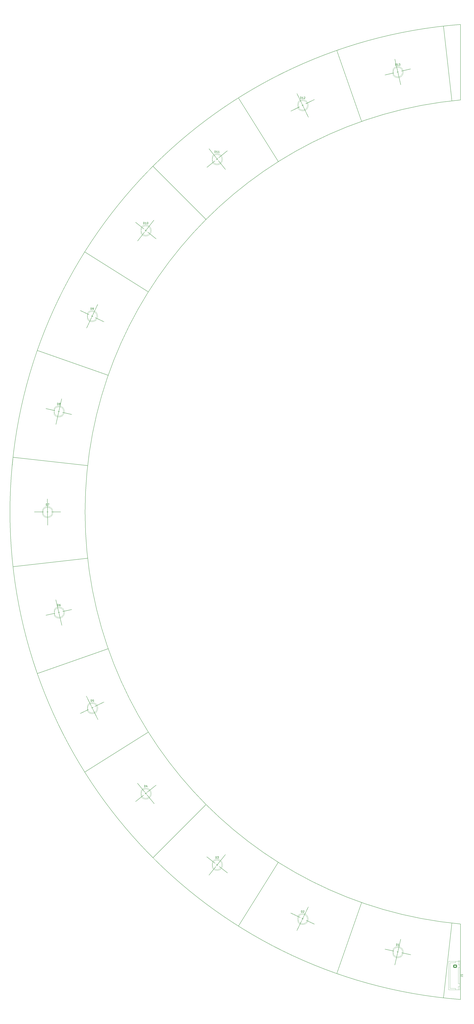
<source format=gto>
G04 #@! TF.GenerationSoftware,KiCad,Pcbnew,7.0.1-3b83917a11~172~ubuntu20.04.1*
G04 #@! TF.CreationDate,2023-04-19T14:39:26+02:00*
G04 #@! TF.ProjectId,nowcast,6e6f7763-6173-4742-9e6b-696361645f70,rev?*
G04 #@! TF.SameCoordinates,Original*
G04 #@! TF.FileFunction,Legend,Top*
G04 #@! TF.FilePolarity,Positive*
%FSLAX46Y46*%
G04 Gerber Fmt 4.6, Leading zero omitted, Abs format (unit mm)*
G04 Created by KiCad (PCBNEW 7.0.1-3b83917a11~172~ubuntu20.04.1) date 2023-04-19 14:39:26*
%MOMM*%
%LPD*%
G01*
G04 APERTURE LIST*
G04 Aperture macros list*
%AMRoundRect*
0 Rectangle with rounded corners*
0 $1 Rounding radius*
0 $2 $3 $4 $5 $6 $7 $8 $9 X,Y pos of 4 corners*
0 Add a 4 corners polygon primitive as box body*
4,1,4,$2,$3,$4,$5,$6,$7,$8,$9,$2,$3,0*
0 Add four circle primitives for the rounded corners*
1,1,$1+$1,$2,$3*
1,1,$1+$1,$4,$5*
1,1,$1+$1,$6,$7*
1,1,$1+$1,$8,$9*
0 Add four rect primitives between the rounded corners*
20,1,$1+$1,$2,$3,$4,$5,0*
20,1,$1+$1,$4,$5,$6,$7,0*
20,1,$1+$1,$6,$7,$8,$9,0*
20,1,$1+$1,$8,$9,$2,$3,0*%
G04 Aperture macros list end*
%ADD10C,0.130000*%
%ADD11C,0.200000*%
%ADD12C,0.150000*%
%ADD13C,0.120000*%
%ADD14R,1.800000X1.800000*%
%ADD15C,1.800000*%
%ADD16RoundRect,0.250000X-0.725000X0.600000X-0.725000X-0.600000X0.725000X-0.600000X0.725000X0.600000X0*%
%ADD17O,1.950000X1.700000*%
G04 APERTURE END LIST*
D10*
X899062847Y-784400733D02*
X899062847Y-824542380D01*
D11*
X698914524Y-426984463D02*
X732784314Y-448266252D01*
X711409407Y-492651704D02*
X673653169Y-479440231D01*
D10*
X699728793Y-663169410D02*
X705931794Y-675720218D01*
X872465950Y-329702740D02*
X858849521Y-332957409D01*
D11*
X889951972Y-306947590D02*
X894430684Y-346697106D01*
X732784314Y-682359252D02*
X698914524Y-703641041D01*
D10*
X773789667Y-383146066D02*
X765060807Y-372200428D01*
X899062847Y-306083124D02*
G75*
G03*
X899062847Y-824542380I20000000J-259229628D01*
G01*
X867215379Y-792470933D02*
X864100081Y-806119923D01*
D11*
X700447106Y-589944820D02*
X660697671Y-594423505D01*
X763500000Y-409750000D02*
X735215028Y-381465045D01*
D10*
X727003097Y-709522345D02*
X735843392Y-720378182D01*
X683452809Y-611909540D02*
X686707471Y-625525971D01*
X686567943Y-505067687D02*
X683592347Y-518747812D01*
D11*
X780734427Y-345164511D02*
X802016252Y-379034314D01*
X846401704Y-772966097D02*
X833190191Y-810722383D01*
D10*
X736896066Y-710585837D02*
X725950422Y-719314690D01*
X691904635Y-617160110D02*
X678255644Y-620275401D01*
X821206078Y-345978759D02*
X808655274Y-352181766D01*
X763908075Y-748644018D02*
X774942376Y-757260526D01*
X774853153Y-373253096D02*
X763997322Y-382093398D01*
X678991286Y-558313117D02*
X679134407Y-572312386D01*
X867215385Y-338154569D02*
X864100086Y-324505580D01*
X817967864Y-355387044D02*
X811893488Y-342773481D01*
X858817668Y-797807627D02*
X872497792Y-800783229D01*
X773789656Y-747479453D02*
X765060795Y-758425090D01*
D11*
X700447106Y-540680684D02*
X660697671Y-536201999D01*
D10*
X691904641Y-513465395D02*
X678255650Y-510350103D01*
X899062847Y-306083124D02*
X899062847Y-346224771D01*
X735731507Y-410158097D02*
X727115006Y-421192403D01*
X899062847Y-346224768D02*
G75*
G03*
X899062847Y-784400733I19999903J-219087982D01*
G01*
X709137086Y-464217879D02*
X696523521Y-458143509D01*
D11*
X846401704Y-357659407D02*
X833190191Y-319903121D01*
X802016252Y-751591190D02*
X780734427Y-785460993D01*
D10*
X736896078Y-420039677D02*
X725950435Y-411310822D01*
D11*
X894430684Y-783928398D02*
X889951972Y-823677914D01*
X711409407Y-637973800D02*
X673653169Y-651185273D01*
D10*
X817967851Y-775238478D02*
X811893473Y-787852039D01*
X705802856Y-454843192D02*
X699857751Y-467518196D01*
X808593162Y-778572703D02*
X821268162Y-784517814D01*
X709137076Y-666407629D02*
X696523511Y-672481999D01*
D11*
X763500000Y-720875504D02*
X735215028Y-749160459D01*
X660697671Y-536201999D02*
X660232282Y-540680684D01*
D10*
X686062846Y-565312752D02*
X672062846Y-565312751D01*
D12*
X702091905Y-457702619D02*
X702091905Y-456702619D01*
X702091905Y-456702619D02*
X702330000Y-456702619D01*
X702330000Y-456702619D02*
X702472857Y-456750238D01*
X702472857Y-456750238D02*
X702568095Y-456845476D01*
X702568095Y-456845476D02*
X702615714Y-456940714D01*
X702615714Y-456940714D02*
X702663333Y-457131190D01*
X702663333Y-457131190D02*
X702663333Y-457274047D01*
X702663333Y-457274047D02*
X702615714Y-457464523D01*
X702615714Y-457464523D02*
X702568095Y-457559761D01*
X702568095Y-457559761D02*
X702472857Y-457655000D01*
X702472857Y-457655000D02*
X702330000Y-457702619D01*
X702330000Y-457702619D02*
X702091905Y-457702619D01*
X703139524Y-457702619D02*
X703330000Y-457702619D01*
X703330000Y-457702619D02*
X703425238Y-457655000D01*
X703425238Y-457655000D02*
X703472857Y-457607380D01*
X703472857Y-457607380D02*
X703568095Y-457464523D01*
X703568095Y-457464523D02*
X703615714Y-457274047D01*
X703615714Y-457274047D02*
X703615714Y-456893095D01*
X703615714Y-456893095D02*
X703568095Y-456797857D01*
X703568095Y-456797857D02*
X703520476Y-456750238D01*
X703520476Y-456750238D02*
X703425238Y-456702619D01*
X703425238Y-456702619D02*
X703234762Y-456702619D01*
X703234762Y-456702619D02*
X703139524Y-456750238D01*
X703139524Y-456750238D02*
X703091905Y-456797857D01*
X703091905Y-456797857D02*
X703044286Y-456893095D01*
X703044286Y-456893095D02*
X703044286Y-457131190D01*
X703044286Y-457131190D02*
X703091905Y-457226428D01*
X703091905Y-457226428D02*
X703139524Y-457274047D01*
X703139524Y-457274047D02*
X703234762Y-457321666D01*
X703234762Y-457321666D02*
X703425238Y-457321666D01*
X703425238Y-457321666D02*
X703520476Y-457274047D01*
X703520476Y-457274047D02*
X703568095Y-457226428D01*
X703568095Y-457226428D02*
X703615714Y-457131190D01*
X684356905Y-508377619D02*
X684356905Y-507377619D01*
X684356905Y-507377619D02*
X684595000Y-507377619D01*
X684595000Y-507377619D02*
X684737857Y-507425238D01*
X684737857Y-507425238D02*
X684833095Y-507520476D01*
X684833095Y-507520476D02*
X684880714Y-507615714D01*
X684880714Y-507615714D02*
X684928333Y-507806190D01*
X684928333Y-507806190D02*
X684928333Y-507949047D01*
X684928333Y-507949047D02*
X684880714Y-508139523D01*
X684880714Y-508139523D02*
X684833095Y-508234761D01*
X684833095Y-508234761D02*
X684737857Y-508330000D01*
X684737857Y-508330000D02*
X684595000Y-508377619D01*
X684595000Y-508377619D02*
X684356905Y-508377619D01*
X685499762Y-507806190D02*
X685404524Y-507758571D01*
X685404524Y-507758571D02*
X685356905Y-507710952D01*
X685356905Y-507710952D02*
X685309286Y-507615714D01*
X685309286Y-507615714D02*
X685309286Y-507568095D01*
X685309286Y-507568095D02*
X685356905Y-507472857D01*
X685356905Y-507472857D02*
X685404524Y-507425238D01*
X685404524Y-507425238D02*
X685499762Y-507377619D01*
X685499762Y-507377619D02*
X685690238Y-507377619D01*
X685690238Y-507377619D02*
X685785476Y-507425238D01*
X685785476Y-507425238D02*
X685833095Y-507472857D01*
X685833095Y-507472857D02*
X685880714Y-507568095D01*
X685880714Y-507568095D02*
X685880714Y-507615714D01*
X685880714Y-507615714D02*
X685833095Y-507710952D01*
X685833095Y-507710952D02*
X685785476Y-507758571D01*
X685785476Y-507758571D02*
X685690238Y-507806190D01*
X685690238Y-507806190D02*
X685499762Y-507806190D01*
X685499762Y-507806190D02*
X685404524Y-507853809D01*
X685404524Y-507853809D02*
X685356905Y-507901428D01*
X685356905Y-507901428D02*
X685309286Y-507996666D01*
X685309286Y-507996666D02*
X685309286Y-508187142D01*
X685309286Y-508187142D02*
X685356905Y-508282380D01*
X685356905Y-508282380D02*
X685404524Y-508330000D01*
X685404524Y-508330000D02*
X685499762Y-508377619D01*
X685499762Y-508377619D02*
X685690238Y-508377619D01*
X685690238Y-508377619D02*
X685785476Y-508330000D01*
X685785476Y-508330000D02*
X685833095Y-508282380D01*
X685833095Y-508282380D02*
X685880714Y-508187142D01*
X685880714Y-508187142D02*
X685880714Y-507996666D01*
X685880714Y-507996666D02*
X685833095Y-507901428D01*
X685833095Y-507901428D02*
X685785476Y-507853809D01*
X685785476Y-507853809D02*
X685690238Y-507806190D01*
X864415714Y-327927619D02*
X864415714Y-326927619D01*
X864415714Y-326927619D02*
X864653809Y-326927619D01*
X864653809Y-326927619D02*
X864796666Y-326975238D01*
X864796666Y-326975238D02*
X864891904Y-327070476D01*
X864891904Y-327070476D02*
X864939523Y-327165714D01*
X864939523Y-327165714D02*
X864987142Y-327356190D01*
X864987142Y-327356190D02*
X864987142Y-327499047D01*
X864987142Y-327499047D02*
X864939523Y-327689523D01*
X864939523Y-327689523D02*
X864891904Y-327784761D01*
X864891904Y-327784761D02*
X864796666Y-327880000D01*
X864796666Y-327880000D02*
X864653809Y-327927619D01*
X864653809Y-327927619D02*
X864415714Y-327927619D01*
X865939523Y-327927619D02*
X865368095Y-327927619D01*
X865653809Y-327927619D02*
X865653809Y-326927619D01*
X865653809Y-326927619D02*
X865558571Y-327070476D01*
X865558571Y-327070476D02*
X865463333Y-327165714D01*
X865463333Y-327165714D02*
X865368095Y-327213333D01*
X866272857Y-326927619D02*
X866891904Y-326927619D01*
X866891904Y-326927619D02*
X866558571Y-327308571D01*
X866558571Y-327308571D02*
X866701428Y-327308571D01*
X866701428Y-327308571D02*
X866796666Y-327356190D01*
X866796666Y-327356190D02*
X866844285Y-327403809D01*
X866844285Y-327403809D02*
X866891904Y-327499047D01*
X866891904Y-327499047D02*
X866891904Y-327737142D01*
X866891904Y-327737142D02*
X866844285Y-327832380D01*
X866844285Y-327832380D02*
X866796666Y-327880000D01*
X866796666Y-327880000D02*
X866701428Y-327927619D01*
X866701428Y-327927619D02*
X866415714Y-327927619D01*
X866415714Y-327927619D02*
X866320476Y-327880000D01*
X866320476Y-327880000D02*
X866272857Y-327832380D01*
X730681905Y-711577619D02*
X730681905Y-710577619D01*
X730681905Y-710577619D02*
X730920000Y-710577619D01*
X730920000Y-710577619D02*
X731062857Y-710625238D01*
X731062857Y-710625238D02*
X731158095Y-710720476D01*
X731158095Y-710720476D02*
X731205714Y-710815714D01*
X731205714Y-710815714D02*
X731253333Y-711006190D01*
X731253333Y-711006190D02*
X731253333Y-711149047D01*
X731253333Y-711149047D02*
X731205714Y-711339523D01*
X731205714Y-711339523D02*
X731158095Y-711434761D01*
X731158095Y-711434761D02*
X731062857Y-711530000D01*
X731062857Y-711530000D02*
X730920000Y-711577619D01*
X730920000Y-711577619D02*
X730681905Y-711577619D01*
X732110476Y-710910952D02*
X732110476Y-711577619D01*
X731872381Y-710530000D02*
X731634286Y-711244285D01*
X731634286Y-711244285D02*
X732253333Y-711244285D01*
X678306905Y-561877619D02*
X678306905Y-560877619D01*
X678306905Y-560877619D02*
X678545000Y-560877619D01*
X678545000Y-560877619D02*
X678687857Y-560925238D01*
X678687857Y-560925238D02*
X678783095Y-561020476D01*
X678783095Y-561020476D02*
X678830714Y-561115714D01*
X678830714Y-561115714D02*
X678878333Y-561306190D01*
X678878333Y-561306190D02*
X678878333Y-561449047D01*
X678878333Y-561449047D02*
X678830714Y-561639523D01*
X678830714Y-561639523D02*
X678783095Y-561734761D01*
X678783095Y-561734761D02*
X678687857Y-561830000D01*
X678687857Y-561830000D02*
X678545000Y-561877619D01*
X678545000Y-561877619D02*
X678306905Y-561877619D01*
X679211667Y-560877619D02*
X679878333Y-560877619D01*
X679878333Y-560877619D02*
X679449762Y-561877619D01*
X864891905Y-795877619D02*
X864891905Y-794877619D01*
X864891905Y-794877619D02*
X865130000Y-794877619D01*
X865130000Y-794877619D02*
X865272857Y-794925238D01*
X865272857Y-794925238D02*
X865368095Y-795020476D01*
X865368095Y-795020476D02*
X865415714Y-795115714D01*
X865415714Y-795115714D02*
X865463333Y-795306190D01*
X865463333Y-795306190D02*
X865463333Y-795449047D01*
X865463333Y-795449047D02*
X865415714Y-795639523D01*
X865415714Y-795639523D02*
X865368095Y-795734761D01*
X865368095Y-795734761D02*
X865272857Y-795830000D01*
X865272857Y-795830000D02*
X865130000Y-795877619D01*
X865130000Y-795877619D02*
X864891905Y-795877619D01*
X866415714Y-795877619D02*
X865844286Y-795877619D01*
X866130000Y-795877619D02*
X866130000Y-794877619D01*
X866130000Y-794877619D02*
X866034762Y-795020476D01*
X866034762Y-795020476D02*
X865939524Y-795115714D01*
X865939524Y-795115714D02*
X865844286Y-795163333D01*
X768130714Y-374277619D02*
X768130714Y-373277619D01*
X768130714Y-373277619D02*
X768368809Y-373277619D01*
X768368809Y-373277619D02*
X768511666Y-373325238D01*
X768511666Y-373325238D02*
X768606904Y-373420476D01*
X768606904Y-373420476D02*
X768654523Y-373515714D01*
X768654523Y-373515714D02*
X768702142Y-373706190D01*
X768702142Y-373706190D02*
X768702142Y-373849047D01*
X768702142Y-373849047D02*
X768654523Y-374039523D01*
X768654523Y-374039523D02*
X768606904Y-374134761D01*
X768606904Y-374134761D02*
X768511666Y-374230000D01*
X768511666Y-374230000D02*
X768368809Y-374277619D01*
X768368809Y-374277619D02*
X768130714Y-374277619D01*
X769654523Y-374277619D02*
X769083095Y-374277619D01*
X769368809Y-374277619D02*
X769368809Y-373277619D01*
X769368809Y-373277619D02*
X769273571Y-373420476D01*
X769273571Y-373420476D02*
X769178333Y-373515714D01*
X769178333Y-373515714D02*
X769083095Y-373563333D01*
X770606904Y-374277619D02*
X770035476Y-374277619D01*
X770321190Y-374277619D02*
X770321190Y-373277619D01*
X770321190Y-373277619D02*
X770225952Y-373420476D01*
X770225952Y-373420476D02*
X770130714Y-373515714D01*
X770130714Y-373515714D02*
X770035476Y-373563333D01*
X702166905Y-666127619D02*
X702166905Y-665127619D01*
X702166905Y-665127619D02*
X702405000Y-665127619D01*
X702405000Y-665127619D02*
X702547857Y-665175238D01*
X702547857Y-665175238D02*
X702643095Y-665270476D01*
X702643095Y-665270476D02*
X702690714Y-665365714D01*
X702690714Y-665365714D02*
X702738333Y-665556190D01*
X702738333Y-665556190D02*
X702738333Y-665699047D01*
X702738333Y-665699047D02*
X702690714Y-665889523D01*
X702690714Y-665889523D02*
X702643095Y-665984761D01*
X702643095Y-665984761D02*
X702547857Y-666080000D01*
X702547857Y-666080000D02*
X702405000Y-666127619D01*
X702405000Y-666127619D02*
X702166905Y-666127619D01*
X703643095Y-665127619D02*
X703166905Y-665127619D01*
X703166905Y-665127619D02*
X703119286Y-665603809D01*
X703119286Y-665603809D02*
X703166905Y-665556190D01*
X703166905Y-665556190D02*
X703262143Y-665508571D01*
X703262143Y-665508571D02*
X703500238Y-665508571D01*
X703500238Y-665508571D02*
X703595476Y-665556190D01*
X703595476Y-665556190D02*
X703643095Y-665603809D01*
X703643095Y-665603809D02*
X703690714Y-665699047D01*
X703690714Y-665699047D02*
X703690714Y-665937142D01*
X703690714Y-665937142D02*
X703643095Y-666032380D01*
X703643095Y-666032380D02*
X703595476Y-666080000D01*
X703595476Y-666080000D02*
X703500238Y-666127619D01*
X703500238Y-666127619D02*
X703262143Y-666127619D01*
X703262143Y-666127619D02*
X703166905Y-666080000D01*
X703166905Y-666080000D02*
X703119286Y-666032380D01*
X768631905Y-749477619D02*
X768631905Y-748477619D01*
X768631905Y-748477619D02*
X768870000Y-748477619D01*
X768870000Y-748477619D02*
X769012857Y-748525238D01*
X769012857Y-748525238D02*
X769108095Y-748620476D01*
X769108095Y-748620476D02*
X769155714Y-748715714D01*
X769155714Y-748715714D02*
X769203333Y-748906190D01*
X769203333Y-748906190D02*
X769203333Y-749049047D01*
X769203333Y-749049047D02*
X769155714Y-749239523D01*
X769155714Y-749239523D02*
X769108095Y-749334761D01*
X769108095Y-749334761D02*
X769012857Y-749430000D01*
X769012857Y-749430000D02*
X768870000Y-749477619D01*
X768870000Y-749477619D02*
X768631905Y-749477619D01*
X769536667Y-748477619D02*
X770155714Y-748477619D01*
X770155714Y-748477619D02*
X769822381Y-748858571D01*
X769822381Y-748858571D02*
X769965238Y-748858571D01*
X769965238Y-748858571D02*
X770060476Y-748906190D01*
X770060476Y-748906190D02*
X770108095Y-748953809D01*
X770108095Y-748953809D02*
X770155714Y-749049047D01*
X770155714Y-749049047D02*
X770155714Y-749287142D01*
X770155714Y-749287142D02*
X770108095Y-749382380D01*
X770108095Y-749382380D02*
X770060476Y-749430000D01*
X770060476Y-749430000D02*
X769965238Y-749477619D01*
X769965238Y-749477619D02*
X769679524Y-749477619D01*
X769679524Y-749477619D02*
X769584286Y-749430000D01*
X769584286Y-749430000D02*
X769536667Y-749382380D01*
X684431905Y-615327619D02*
X684431905Y-614327619D01*
X684431905Y-614327619D02*
X684670000Y-614327619D01*
X684670000Y-614327619D02*
X684812857Y-614375238D01*
X684812857Y-614375238D02*
X684908095Y-614470476D01*
X684908095Y-614470476D02*
X684955714Y-614565714D01*
X684955714Y-614565714D02*
X685003333Y-614756190D01*
X685003333Y-614756190D02*
X685003333Y-614899047D01*
X685003333Y-614899047D02*
X684955714Y-615089523D01*
X684955714Y-615089523D02*
X684908095Y-615184761D01*
X684908095Y-615184761D02*
X684812857Y-615280000D01*
X684812857Y-615280000D02*
X684670000Y-615327619D01*
X684670000Y-615327619D02*
X684431905Y-615327619D01*
X685860476Y-614327619D02*
X685670000Y-614327619D01*
X685670000Y-614327619D02*
X685574762Y-614375238D01*
X685574762Y-614375238D02*
X685527143Y-614422857D01*
X685527143Y-614422857D02*
X685431905Y-614565714D01*
X685431905Y-614565714D02*
X685384286Y-614756190D01*
X685384286Y-614756190D02*
X685384286Y-615137142D01*
X685384286Y-615137142D02*
X685431905Y-615232380D01*
X685431905Y-615232380D02*
X685479524Y-615280000D01*
X685479524Y-615280000D02*
X685574762Y-615327619D01*
X685574762Y-615327619D02*
X685765238Y-615327619D01*
X685765238Y-615327619D02*
X685860476Y-615280000D01*
X685860476Y-615280000D02*
X685908095Y-615232380D01*
X685908095Y-615232380D02*
X685955714Y-615137142D01*
X685955714Y-615137142D02*
X685955714Y-614899047D01*
X685955714Y-614899047D02*
X685908095Y-614803809D01*
X685908095Y-614803809D02*
X685860476Y-614756190D01*
X685860476Y-614756190D02*
X685765238Y-614708571D01*
X685765238Y-614708571D02*
X685574762Y-614708571D01*
X685574762Y-614708571D02*
X685479524Y-614756190D01*
X685479524Y-614756190D02*
X685431905Y-614803809D01*
X685431905Y-614803809D02*
X685384286Y-614899047D01*
X730180714Y-412177619D02*
X730180714Y-411177619D01*
X730180714Y-411177619D02*
X730418809Y-411177619D01*
X730418809Y-411177619D02*
X730561666Y-411225238D01*
X730561666Y-411225238D02*
X730656904Y-411320476D01*
X730656904Y-411320476D02*
X730704523Y-411415714D01*
X730704523Y-411415714D02*
X730752142Y-411606190D01*
X730752142Y-411606190D02*
X730752142Y-411749047D01*
X730752142Y-411749047D02*
X730704523Y-411939523D01*
X730704523Y-411939523D02*
X730656904Y-412034761D01*
X730656904Y-412034761D02*
X730561666Y-412130000D01*
X730561666Y-412130000D02*
X730418809Y-412177619D01*
X730418809Y-412177619D02*
X730180714Y-412177619D01*
X731704523Y-412177619D02*
X731133095Y-412177619D01*
X731418809Y-412177619D02*
X731418809Y-411177619D01*
X731418809Y-411177619D02*
X731323571Y-411320476D01*
X731323571Y-411320476D02*
X731228333Y-411415714D01*
X731228333Y-411415714D02*
X731133095Y-411463333D01*
X732323571Y-411177619D02*
X732418809Y-411177619D01*
X732418809Y-411177619D02*
X732514047Y-411225238D01*
X732514047Y-411225238D02*
X732561666Y-411272857D01*
X732561666Y-411272857D02*
X732609285Y-411368095D01*
X732609285Y-411368095D02*
X732656904Y-411558571D01*
X732656904Y-411558571D02*
X732656904Y-411796666D01*
X732656904Y-411796666D02*
X732609285Y-411987142D01*
X732609285Y-411987142D02*
X732561666Y-412082380D01*
X732561666Y-412082380D02*
X732514047Y-412130000D01*
X732514047Y-412130000D02*
X732418809Y-412177619D01*
X732418809Y-412177619D02*
X732323571Y-412177619D01*
X732323571Y-412177619D02*
X732228333Y-412130000D01*
X732228333Y-412130000D02*
X732180714Y-412082380D01*
X732180714Y-412082380D02*
X732133095Y-411987142D01*
X732133095Y-411987142D02*
X732085476Y-411796666D01*
X732085476Y-411796666D02*
X732085476Y-411558571D01*
X732085476Y-411558571D02*
X732133095Y-411368095D01*
X732133095Y-411368095D02*
X732180714Y-411272857D01*
X732180714Y-411272857D02*
X732228333Y-411225238D01*
X732228333Y-411225238D02*
X732323571Y-411177619D01*
X899187619Y-812133333D02*
X899901904Y-812133333D01*
X899901904Y-812133333D02*
X900044761Y-812180952D01*
X900044761Y-812180952D02*
X900140000Y-812276190D01*
X900140000Y-812276190D02*
X900187619Y-812419047D01*
X900187619Y-812419047D02*
X900187619Y-812514285D01*
X900187619Y-811133333D02*
X900187619Y-811704761D01*
X900187619Y-811419047D02*
X899187619Y-811419047D01*
X899187619Y-811419047D02*
X899330476Y-811514285D01*
X899330476Y-811514285D02*
X899425714Y-811609523D01*
X899425714Y-811609523D02*
X899473333Y-811704761D01*
X813780714Y-345577619D02*
X813780714Y-344577619D01*
X813780714Y-344577619D02*
X814018809Y-344577619D01*
X814018809Y-344577619D02*
X814161666Y-344625238D01*
X814161666Y-344625238D02*
X814256904Y-344720476D01*
X814256904Y-344720476D02*
X814304523Y-344815714D01*
X814304523Y-344815714D02*
X814352142Y-345006190D01*
X814352142Y-345006190D02*
X814352142Y-345149047D01*
X814352142Y-345149047D02*
X814304523Y-345339523D01*
X814304523Y-345339523D02*
X814256904Y-345434761D01*
X814256904Y-345434761D02*
X814161666Y-345530000D01*
X814161666Y-345530000D02*
X814018809Y-345577619D01*
X814018809Y-345577619D02*
X813780714Y-345577619D01*
X815304523Y-345577619D02*
X814733095Y-345577619D01*
X815018809Y-345577619D02*
X815018809Y-344577619D01*
X815018809Y-344577619D02*
X814923571Y-344720476D01*
X814923571Y-344720476D02*
X814828333Y-344815714D01*
X814828333Y-344815714D02*
X814733095Y-344863333D01*
X815685476Y-344672857D02*
X815733095Y-344625238D01*
X815733095Y-344625238D02*
X815828333Y-344577619D01*
X815828333Y-344577619D02*
X816066428Y-344577619D01*
X816066428Y-344577619D02*
X816161666Y-344625238D01*
X816161666Y-344625238D02*
X816209285Y-344672857D01*
X816209285Y-344672857D02*
X816256904Y-344768095D01*
X816256904Y-344768095D02*
X816256904Y-344863333D01*
X816256904Y-344863333D02*
X816209285Y-345006190D01*
X816209285Y-345006190D02*
X815637857Y-345577619D01*
X815637857Y-345577619D02*
X816256904Y-345577619D01*
X814231905Y-778252619D02*
X814231905Y-777252619D01*
X814231905Y-777252619D02*
X814470000Y-777252619D01*
X814470000Y-777252619D02*
X814612857Y-777300238D01*
X814612857Y-777300238D02*
X814708095Y-777395476D01*
X814708095Y-777395476D02*
X814755714Y-777490714D01*
X814755714Y-777490714D02*
X814803333Y-777681190D01*
X814803333Y-777681190D02*
X814803333Y-777824047D01*
X814803333Y-777824047D02*
X814755714Y-778014523D01*
X814755714Y-778014523D02*
X814708095Y-778109761D01*
X814708095Y-778109761D02*
X814612857Y-778205000D01*
X814612857Y-778205000D02*
X814470000Y-778252619D01*
X814470000Y-778252619D02*
X814231905Y-778252619D01*
X815184286Y-777347857D02*
X815231905Y-777300238D01*
X815231905Y-777300238D02*
X815327143Y-777252619D01*
X815327143Y-777252619D02*
X815565238Y-777252619D01*
X815565238Y-777252619D02*
X815660476Y-777300238D01*
X815660476Y-777300238D02*
X815708095Y-777347857D01*
X815708095Y-777347857D02*
X815755714Y-777443095D01*
X815755714Y-777443095D02*
X815755714Y-777538333D01*
X815755714Y-777538333D02*
X815708095Y-777681190D01*
X815708095Y-777681190D02*
X815136667Y-778252619D01*
X815136667Y-778252619D02*
X815755714Y-778252619D01*
D13*
X700270000Y-459655000D02*
X700270000Y-462745000D01*
X705819999Y-461200462D02*
G75*
G03*
X700270001Y-459655170I-2989999J462D01*
G01*
X700270000Y-462744830D02*
G75*
G03*
X705820000Y-461199538I2560000J1544830D01*
G01*
X705330000Y-461200000D02*
G75*
G03*
X705330000Y-461200000I-2500000J0D01*
G01*
X682535000Y-510330000D02*
X682535000Y-513420000D01*
X688084999Y-511875462D02*
G75*
G03*
X682535001Y-510330170I-2989999J462D01*
G01*
X682535000Y-513419830D02*
G75*
G03*
X688085000Y-511874538I2560000J1544830D01*
G01*
X687595000Y-511875000D02*
G75*
G03*
X687595000Y-511875000I-2500000J0D01*
G01*
X863070000Y-329880000D02*
X863070000Y-332970000D01*
X868619999Y-331425462D02*
G75*
G03*
X863070001Y-329880170I-2989999J462D01*
G01*
X863070000Y-332969830D02*
G75*
G03*
X868620000Y-331424538I2560000J1544830D01*
G01*
X868130000Y-331425000D02*
G75*
G03*
X868130000Y-331425000I-2500000J0D01*
G01*
X728860000Y-713530000D02*
X728860000Y-716620000D01*
X734409999Y-715075462D02*
G75*
G03*
X728860001Y-713530170I-2989999J462D01*
G01*
X728860000Y-716619830D02*
G75*
G03*
X734410000Y-715074538I2560000J1544830D01*
G01*
X733920000Y-715075000D02*
G75*
G03*
X733920000Y-715075000I-2500000J0D01*
G01*
X676485000Y-563830000D02*
X676485000Y-566920000D01*
X682034999Y-565375462D02*
G75*
G03*
X676485001Y-563830170I-2989999J462D01*
G01*
X676485000Y-566919830D02*
G75*
G03*
X682035000Y-565374538I2560000J1544830D01*
G01*
X681545000Y-565375000D02*
G75*
G03*
X681545000Y-565375000I-2500000J0D01*
G01*
X863070000Y-797830000D02*
X863070000Y-800920000D01*
X868619999Y-799375462D02*
G75*
G03*
X863070001Y-797830170I-2989999J462D01*
G01*
X863070000Y-800919830D02*
G75*
G03*
X868620000Y-799374538I2560000J1544830D01*
G01*
X868130000Y-799375000D02*
G75*
G03*
X868130000Y-799375000I-2500000J0D01*
G01*
X766785000Y-376230000D02*
X766785000Y-379320000D01*
X772334999Y-377775462D02*
G75*
G03*
X766785001Y-376230170I-2989999J462D01*
G01*
X766785000Y-379319830D02*
G75*
G03*
X772335000Y-377774538I2560000J1544830D01*
G01*
X771845000Y-377775000D02*
G75*
G03*
X771845000Y-377775000I-2500000J0D01*
G01*
X700345000Y-668080000D02*
X700345000Y-671170000D01*
X705894999Y-669625462D02*
G75*
G03*
X700345001Y-668080170I-2989999J462D01*
G01*
X700345000Y-671169830D02*
G75*
G03*
X705895000Y-669624538I2560000J1544830D01*
G01*
X705405000Y-669625000D02*
G75*
G03*
X705405000Y-669625000I-2500000J0D01*
G01*
X766810000Y-751430000D02*
X766810000Y-754520000D01*
X772359999Y-752975462D02*
G75*
G03*
X766810001Y-751430170I-2989999J462D01*
G01*
X766810000Y-754519830D02*
G75*
G03*
X772360000Y-752974538I2560000J1544830D01*
G01*
X771870000Y-752975000D02*
G75*
G03*
X771870000Y-752975000I-2500000J0D01*
G01*
X682610000Y-617280000D02*
X682610000Y-620370000D01*
X688159999Y-618825462D02*
G75*
G03*
X682610001Y-617280170I-2989999J462D01*
G01*
X682610000Y-620369830D02*
G75*
G03*
X688160000Y-618824538I2560000J1544830D01*
G01*
X687670000Y-618825000D02*
G75*
G03*
X687670000Y-618825000I-2500000J0D01*
G01*
X728835000Y-414130000D02*
X728835000Y-417220000D01*
X734384999Y-415675462D02*
G75*
G03*
X728835001Y-414130170I-2989999J462D01*
G01*
X728835000Y-417219830D02*
G75*
G03*
X734385000Y-415674538I2560000J1544830D01*
G01*
X733895000Y-415675000D02*
G75*
G03*
X733895000Y-415675000I-2500000J0D01*
G01*
X898925000Y-803950000D02*
X897675000Y-803950000D01*
X898635000Y-804240000D02*
X892665000Y-804240000D01*
X892665000Y-804240000D02*
X892665000Y-819360000D01*
X898625000Y-804250000D02*
X897875000Y-804250000D01*
X897875000Y-804250000D02*
X897875000Y-806050000D01*
X896375000Y-804250000D02*
X896375000Y-805000000D01*
X896375000Y-805000000D02*
X893425000Y-805000000D01*
X893425000Y-805000000D02*
X893425000Y-811800000D01*
X898925000Y-805200000D02*
X898925000Y-803950000D01*
X898625000Y-806050000D02*
X898625000Y-804250000D01*
X897875000Y-806050000D02*
X898625000Y-806050000D01*
X898625000Y-807550000D02*
X897875000Y-807550000D01*
X897875000Y-807550000D02*
X897875000Y-816050000D01*
X898625000Y-816050000D02*
X898625000Y-807550000D01*
X897875000Y-816050000D02*
X898625000Y-816050000D01*
X898625000Y-817550000D02*
X897875000Y-817550000D01*
X897875000Y-817550000D02*
X897875000Y-819350000D01*
X896375000Y-818600000D02*
X893425000Y-818600000D01*
X893425000Y-818600000D02*
X893425000Y-811800000D01*
X898625000Y-819350000D02*
X898625000Y-817550000D01*
X897875000Y-819350000D02*
X898625000Y-819350000D01*
X896375000Y-819350000D02*
X896375000Y-818600000D01*
X898635000Y-819360000D02*
X898635000Y-804240000D01*
X892665000Y-819360000D02*
X898635000Y-819360000D01*
X812435000Y-347530000D02*
X812435000Y-350620000D01*
X817984999Y-349075462D02*
G75*
G03*
X812435001Y-347530170I-2989999J462D01*
G01*
X812435000Y-350619830D02*
G75*
G03*
X817985000Y-349074538I2560000J1544830D01*
G01*
X817495000Y-349075000D02*
G75*
G03*
X817495000Y-349075000I-2500000J0D01*
G01*
X812410000Y-780205000D02*
X812410000Y-783295000D01*
X817959999Y-781750462D02*
G75*
G03*
X812410001Y-780205170I-2989999J462D01*
G01*
X812410000Y-783294830D02*
G75*
G03*
X817960000Y-781749538I2560000J1544830D01*
G01*
X817470000Y-781750000D02*
G75*
G03*
X817470000Y-781750000I-2500000J0D01*
G01*
%LPC*%
D14*
X701560000Y-461200000D03*
D15*
X704100000Y-461200000D03*
D14*
X683825000Y-511875000D03*
D15*
X686365000Y-511875000D03*
D14*
X864360000Y-331425000D03*
D15*
X866900000Y-331425000D03*
D14*
X730150000Y-715075000D03*
D15*
X732690000Y-715075000D03*
D14*
X677775000Y-565375000D03*
D15*
X680315000Y-565375000D03*
D14*
X864360000Y-799375000D03*
D15*
X866900000Y-799375000D03*
D14*
X768075000Y-377775000D03*
D15*
X770615000Y-377775000D03*
D14*
X701635000Y-669625000D03*
D15*
X704175000Y-669625000D03*
D14*
X768100000Y-752975000D03*
D15*
X770640000Y-752975000D03*
D14*
X683900000Y-618825000D03*
D15*
X686440000Y-618825000D03*
D14*
X730125000Y-415675000D03*
D15*
X732665000Y-415675000D03*
D16*
X896175000Y-806800000D03*
D17*
X896175000Y-809300000D03*
X896175000Y-811800000D03*
X896175000Y-814300000D03*
X896175000Y-816800000D03*
D14*
X813725000Y-349075000D03*
D15*
X816265000Y-349075000D03*
D14*
X813700000Y-781750000D03*
D15*
X816240000Y-781750000D03*
M02*

</source>
